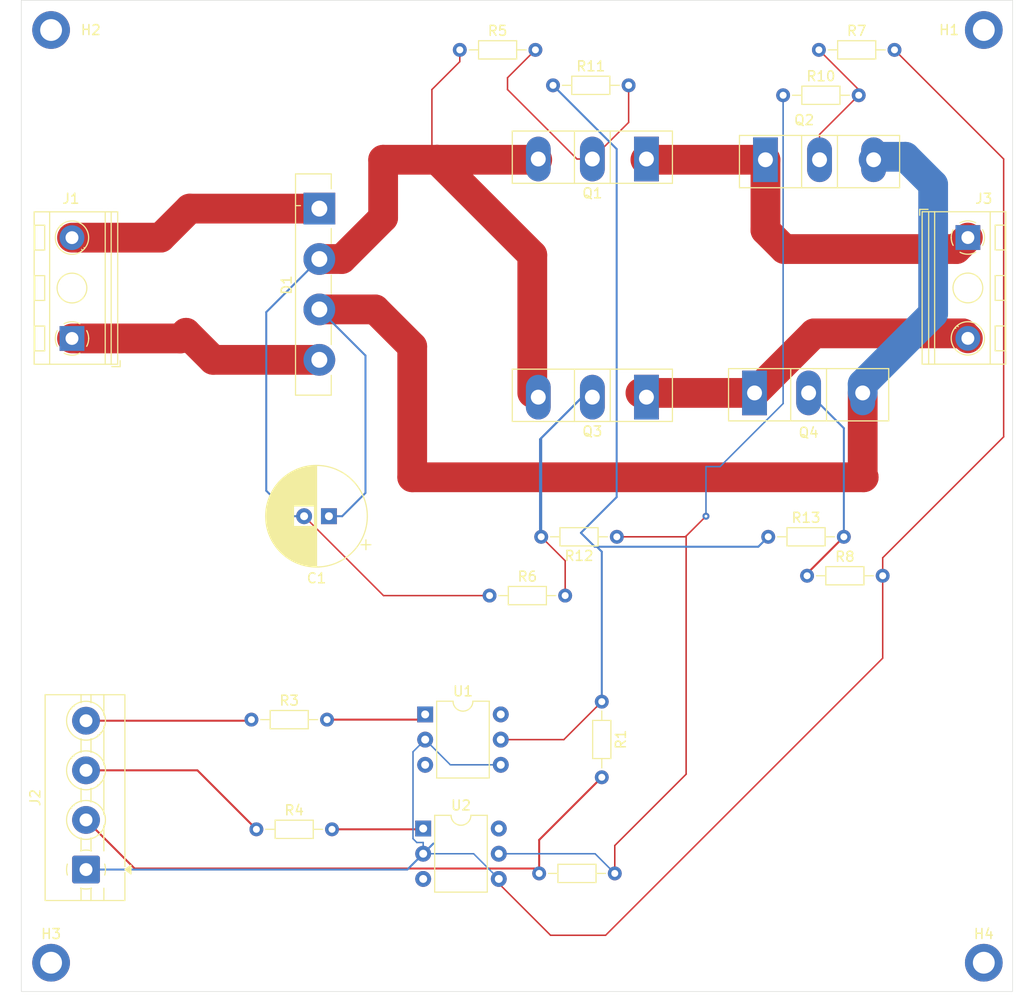
<source format=kicad_pcb>
(kicad_pcb (version 20240108) (generator "pcbnew") (generator_version "8.0")
  (layers (0 "F.Cu" signal "Front") (31 "B.Cu" signal "Back") (34 "B.Paste" user) (35 "F.Paste" user) (36 "B.SilkS" user "B.Silkscreen") (37 "F.SilkS" user "F.Silkscreen") (38 "B.Mask" user) (39 "F.Mask" user) (44 "Edge.Cuts" user))
  (net 0 "")
  (net 1 "L")
  (net 2 "-DC")
  (net 3 "N")
  (net 4 "+DC")
  (net 5 "Control +")
  (net 6 "Control -")
  (net 7 "Net-(Q1-G)")
  (net 8 "Net-(Q2-G)")
  (net 9 "Net-(Q3-G)")
  (net 10 "Net-(Q4-G)")
  (net 12 "Net-(R3-Pad2)")
  (net 14 "GND")
  (net 17 "Net-(R4-Pad2)")
  (net 18 "Arduino Control +")
  (net 19 "Arduino Control -")
  (net 20 "Vcc ")
  (net 21 "Lf")
  (net 22 "Nf")
  (footprint "Resistor_THT:R_Axial_DIN0204_L3.6mm_D1.6mm_P7.62mm_Horizontal" (layer "F.Cu") (at 107.19 112.5)
    (property "Reference" "R3" (at 3.81 -1.92 0) (layer "F.SilkS"))
    (property "Value" "R")
    (pad "1" thru_hole circle (at 0 0) (size 1.4 1.4) (drill 0.7) (layers "*.Cu" "*.Mask") (net 18 "Arduino Control +"))
    (pad "2" thru_hole oval (at 7.62 0) (size 1.4 1.4) (drill 0.7) (layers "*.Cu" "*.Mask") (net 12 "Net-(R3-Pad2)"))
  )
  (footprint "Package_DIP:DIP-6_W7.62mm" (layer "F.Cu") (at 124.5 123.475)
    (property "Reference" "U2" (at 3.81 -2.33 0) (layer "F.SilkS"))
    (property "Value" "4N35")
    (pad "1" thru_hole rect (at 0 0) (size 1.6 1.6) (drill 0.8) (layers "*.Cu" "*.Mask") (net 17 "Net-(R4-Pad2)"))
    (pad "2" thru_hole oval (at 0 2.54) (size 1.6 1.6) (drill 0.8) (layers "*.Cu" "*.Mask") (net 14 "GND"))
    (pad "3" thru_hole oval (at 0 5.08) (size 1.6 1.6) (drill 0.8) (layers "*.Cu" "*.Mask"))
    (pad "4" thru_hole oval (at 7.62 5.08) (size 1.6 1.6) (drill 0.8) (layers "*.Cu" "*.Mask") (net 14 "GND"))
    (pad "5" thru_hole oval (at 7.62 2.54) (size 1.6 1.6) (drill 0.8) (layers "*.Cu" "*.Mask") (net 6 "Control -"))
    (pad "6" thru_hole oval (at 7.62 0) (size 1.6 1.6) (drill 0.8) (layers "*.Cu" "*.Mask"))
  )
  (footprint "Resistor_THT:R_Axial_DIN0204_L3.6mm_D1.6mm_P7.62mm_Horizontal" (layer "F.Cu") (at 107.69 123.555)
    (property "Reference" "R4" (at 3.81 -1.92 0) (layer "F.SilkS"))
    (property "Value" "R")
    (pad "1" thru_hole circle (at 0 0) (size 1.4 1.4) (drill 0.7) (layers "*.Cu" "*.Mask") (net 19 "Arduino Control -"))
    (pad "2" thru_hole oval (at 7.62 0) (size 1.4 1.4) (drill 0.7) (layers "*.Cu" "*.Mask") (net 17 "Net-(R4-Pad2)"))
  )
  (footprint "Resistor_THT:R_Axial_DIN0204_L3.6mm_D1.6mm_P7.62mm_Horizontal" (layer "F.Cu") (at 160.775 49.575)
    (property "Reference" "R10" (at 3.81 -1.92 0) (layer "F.SilkS"))
    (property "Value" "R")
    (pad "1" thru_hole circle (at 0 0) (size 1.4 1.4) (drill 0.7) (layers "*.Cu" "*.Mask") (net 6 "Control -"))
    (pad "2" thru_hole oval (at 7.62 0) (size 1.4 1.4) (drill 0.7) (layers "*.Cu" "*.Mask") (net 8 "Net-(Q2-G)"))
  )
  (footprint "MountingHole:MountingHole_2.2mm_M2_DIN965_Pad" (layer "F.Cu") (at 181 137)
    (property "Reference" "H4" (at 0 -2.9 0) (layer "F.SilkS"))
    (property "Value" "MountingHole")
    (pad "1" thru_hole circle (at 0 0) (size 3.8 3.8) (drill 2.2) (layers "*.Cu" "*.Mask"))
  )
  (footprint "Capacitor_THT:CP_Radial_D10.0mm_P2.50mm" (layer "F.Cu") (at 115 92 180)
    (property "Reference" "C1" (at 1.25 -6.25 0) (layer "F.SilkS"))
    (property "Value" "C")
    (pad "1" thru_hole rect (at 0 0 180) (size 1.6 1.6) (drill 0.8) (layers "*.Cu" "*.Mask") (net 2 "-DC"))
    (pad "2" thru_hole circle (at 2.5 0 180) (size 1.6 1.6) (drill 0.8) (layers "*.Cu" "*.Mask") (net 4 "+DC"))
  )
  (footprint "Diode_THT:Diode_Bridge_Vishay_GBU" (layer "F.Cu") (at 114.035 61 -90)
    (property "Reference" "D1" (at 7.7 3.3 90) (layer "F.SilkS"))
    (property "Value" "GBJ2510-BP")
    (pad "1" thru_hole rect (at 0 0 270) (size 3.2 3.2) (drill 1.6) (layers "*.Cu" "*.Mask") (net 1 "L"))
    (pad "2" thru_hole circle (at 5.08 0 270) (size 3.2 3.2) (drill 1.6) (layers "*.Cu" "*.Mask") (net 4 "+DC"))
    (pad "3" thru_hole circle (at 10.16 0 270) (size 3.2 3.2) (drill 1.6) (layers "*.Cu" "*.Mask") (net 2 "-DC"))
    (pad "4" thru_hole circle (at 15.24 0 270) (size 3.2 3.2) (drill 1.6) (layers "*.Cu" "*.Mask") (net 3 "N"))
  )
  (footprint "TerminalBlock_RND:TerminalBlock_RND_205-00241_1x02_P10.16mm_Horizontal" (layer "F.Cu") (at 179.395 63.915 -90)
    (property "Reference" "J3" (at -3.915 -1.605 180) (layer "F.SilkS"))
    (property "Value" "Screw_Terminal_01x02")
    (pad "1" thru_hole rect (at 0 0 270) (size 2.5 2.5) (drill 1.3) (layers "*.Cu" "*.Mask") (net 21 "Lf"))
    (pad "2" thru_hole circle (at 10.16 0 270) (size 2.5 2.5) (drill 1.3) (layers "*.Cu" "*.Mask") (net 22 "Nf"))
  )
  (footprint "Package_DIP:DIP-6_W7.62mm" (layer "F.Cu") (at 124.7 111.975)
    (property "Reference" "U1" (at 3.81 -2.33 0) (layer "F.SilkS"))
    (property "Value" "4N35")
    (pad "1" thru_hole rect (at 0 0) (size 1.6 1.6) (drill 0.8) (layers "*.Cu" "*.Mask") (net 12 "Net-(R3-Pad2)"))
    (pad "2" thru_hole oval (at 0 2.54) (size 1.6 1.6) (drill 0.8) (layers "*.Cu" "*.Mask") (net 14 "GND"))
    (pad "3" thru_hole oval (at 0 5.08) (size 1.6 1.6) (drill 0.8) (layers "*.Cu" "*.Mask"))
    (pad "4" thru_hole oval (at 7.62 5.08) (size 1.6 1.6) (drill 0.8) (layers "*.Cu" "*.Mask") (net 14 "GND"))
    (pad "5" thru_hole oval (at 7.62 2.54) (size 1.6 1.6) (drill 0.8) (layers "*.Cu" "*.Mask") (net 5 "Control +"))
    (pad "6" thru_hole oval (at 7.62 0) (size 1.6 1.6) (drill 0.8) (layers "*.Cu" "*.Mask"))
  )
  (footprint "Resistor_THT:R_Axial_DIN0204_L3.6mm_D1.6mm_P7.62mm_Horizontal" (layer "F.Cu") (at 163.19 98)
    (property "Reference" "R8" (at 3.81 -1.92 0) (layer "F.SilkS"))
    (property "Value" "R")
    (pad "1" thru_hole circle (at 0 0) (size 1.4 1.4) (drill 0.7) (layers "*.Cu" "*.Mask") (net 10 "Net-(Q4-G)"))
    (pad "2" thru_hole oval (at 7.62 0) (size 1.4 1.4) (drill 0.7) (layers "*.Cu" "*.Mask") (net 14 "GND"))
  )
  (footprint "Resistor_THT:R_Axial_DIN0204_L3.6mm_D1.6mm_P7.62mm_Horizontal" (layer "F.Cu") (at 144.015 94.075 180)
    (property "Reference" "R12" (at 3.81 -1.92 0) (layer "F.SilkS"))
    (property "Value" "R")
    (pad "1" thru_hole circle (at 0 0 180) (size 1.4 1.4) (drill 0.7) (layers "*.Cu" "*.Mask") (net 6 "Control -"))
    (pad "2" thru_hole oval (at 7.62 0 180) (size 1.4 1.4) (drill 0.7) (layers "*.Cu" "*.Mask") (net 9 "Net-(Q3-G)"))
  )
  (footprint "Resistor_THT:R_Axial_DIN0204_L3.6mm_D1.6mm_P7.62mm_Horizontal" (layer "F.Cu") (at 142.5 110.69 -90)
    (property "Reference" "R1" (at 3.81 -1.92 90) (layer "F.SilkS"))
    (property "Value" "R")
    (pad "1" thru_hole circle (at 0 0 270) (size 1.4 1.4) (drill 0.7) (layers "*.Cu" "*.Mask") (net 5 "Control +"))
    (pad "2" thru_hole oval (at 7.62 0 270) (size 1.4 1.4) (drill 0.7) (layers "*.Cu" "*.Mask") (net 20 "Vcc "))
  )
  (footprint "Resistor_THT:R_Axial_DIN0204_L3.6mm_D1.6mm_P7.62mm_Horizontal" (layer "F.Cu") (at 131.19 100)
    (property "Reference" "R6" (at 3.81 -1.92 0) (layer "F.SilkS"))
    (property "Value" "R")
    (pad "1" thru_hole circle (at 0 0) (size 1.4 1.4) (drill 0.7) (layers "*.Cu" "*.Mask") (net 4 "+DC"))
    (pad "2" thru_hole oval (at 7.62 0) (size 1.4 1.4) (drill 0.7) (layers "*.Cu" "*.Mask") (net 9 "Net-(Q3-G)"))
  )
  (footprint "MountingHole:MountingHole_2.2mm_M2_DIN965_Pad" (layer "F.Cu") (at 181 43)
    (property "Reference" "H1" (at -3.5 0 0) (layer "F.SilkS"))
    (property "Value" "MountingHole")
    (pad "1" thru_hole circle (at 0 0) (size 3.8 3.8) (drill 2.2) (layers "*.Cu" "*.Mask"))
  )
  (footprint "TerminalBlock:TerminalBlock_MaiXu_MX126-5.0-04P_1x04_P5.00mm" (layer "F.Cu") (at 90.52 127.61 90)
    (property "Reference" "J2" (at 7.25 -5.12 90) (layer "F.SilkS"))
    (property "Value" "Screw_Terminal_01x04")
    (pad "1" thru_hole roundrect (at 0 0 90) (size 2.8 2.8) (drill 1.3) (layers "*.Cu" "*.Mask") (roundrect_rratio 0.089286) (net 14 "GND"))
    (pad "2" thru_hole circle (at 5 0 90) (size 2.8 2.8) (drill 1.3) (layers "*.Cu" "*.Mask") (net 20 "Vcc "))
    (pad "3" thru_hole circle (at 10 0 90) (size 2.8 2.8) (drill 1.3) (layers "*.Cu" "*.Mask") (net 19 "Arduino Control -"))
    (pad "4" thru_hole circle (at 15 0 90) (size 2.8 2.8) (drill 1.3) (layers "*.Cu" "*.Mask") (net 18 "Arduino Control +"))
  )
  (footprint "MountingHole:MountingHole_2.2mm_M2_DIN965_Pad" (layer "F.Cu") (at 87 43)
    (property "Reference" "H2" (at 4 0 0) (layer "F.SilkS"))
    (property "Value" "MountingHole")
    (pad "1" thru_hole circle (at 0 0) (size 3.8 3.8) (drill 2.2) (layers "*.Cu" "*.Mask"))
  )
  (footprint "Package_TO_SOT_THT:TO-247-3_Vertical" (layer "F.Cu") (at 158.995 56.075)
    (property "Reference" "Q2" (at 3.9 -4 0) (layer "F.SilkS"))
    (property "Value" "NMOS" (hide yes))
    (pad "1" thru_hole rect (at 0 0) (size 2.5 4.5) (drill 1.5) (layers "*.Cu" "*.Mask") (net 21 "Lf"))
    (pad "2" thru_hole oval (at 5.45 0) (size 2.5 4.5) (drill 1.5) (layers "*.Cu" "*.Mask") (net 8 "Net-(Q2-G)"))
    (pad "3" thru_hole oval (at 10.9 0) (size 2.5 4.5) (drill 1.5) (layers "*.Cu" "*.Mask") (net 2 "-DC"))
  )
  (footprint "Resistor_THT:R_Axial_DIN0204_L3.6mm_D1.6mm_P7.62mm_Horizontal" (layer "F.Cu") (at 137.585 48.575)
    (property "Reference" "R11" (at 3.81 -1.92 0) (layer "F.SilkS"))
    (property "Value" "R")
    (pad "1" thru_hole circle (at 0 0) (size 1.4 1.4) (drill 0.7) (layers "*.Cu" "*.Mask") (net 5 "Control +"))
    (pad "2" thru_hole oval (at 7.62 0) (size 1.4 1.4) (drill 0.7) (layers "*.Cu" "*.Mask") (net 7 "Net-(Q1-G)"))
  )
  (footprint "Resistor_THT:R_Axial_DIN0204_L3.6mm_D1.6mm_P7.62mm_Horizontal" (layer "F.Cu") (at 164.38 45)
    (property "Reference" "R7" (at 3.81 -1.92 0) (layer "F.SilkS"))
    (property "Value" "R")
    (pad "1" thru_hole circle (at 0 0) (size 1.4 1.4) (drill 0.7) (layers "*.Cu" "*.Mask") (net 8 "Net-(Q2-G)"))
    (pad "2" thru_hole oval (at 7.62 0) (size 1.4 1.4) (drill 0.7) (layers "*.Cu" "*.Mask") (net 14 "GND"))
  )
  (footprint "Resistor_THT:R_Axial_DIN0204_L3.6mm_D1.6mm_P7.62mm_Horizontal" (layer "F.Cu") (at 159.275 94.075)
    (property "Reference" "R13" (at 3.81 -1.92 0) (layer "F.SilkS"))
    (property "Value" "R")
    (pad "1" thru_hole circle (at 0 0) (size 1.4 1.4) (drill 0.7) (layers "*.Cu" "*.Mask") (net 5 "Control +"))
    (pad "2" thru_hole oval (at 7.62 0) (size 1.4 1.4) (drill 0.7) (layers "*.Cu" "*.Mask") (net 10 "Net-(Q4-G)"))
  )
  (footprint "MountingHole:MountingHole_2.2mm_M2_DIN965_Pad" (layer "F.Cu") (at 87 137)
    (property "Reference" "H3" (at 0 -2.9 0) (layer "F.SilkS"))
    (property "Value" "MountingHole")
    (pad "1" thru_hole circle (at 0 0) (size 3.8 3.8) (drill 2.2) (layers "*.Cu" "*.Mask"))
  )
  (footprint "Package_TO_SOT_THT:TO-247-3_Vertical" (layer "F.Cu") (at 147 80 180)
    (property "Reference" "Q3" (at 5.45 -3.45 360) (layer "F.SilkS"))
    (property "Value" "PMOS")
    (pad "1" thru_hole rect (at 0 0 180) (size 2.5 4.5) (drill 1.5) (layers "*.Cu" "*.Mask") (net 22 "Nf"))
    (pad "2" thru_hole oval (at 5.45 0 180) (size 2.5 4.5) (drill 1.5) (layers "*.Cu" "*.Mask") (net 9 "Net-(Q3-G)"))
    (pad "3" thru_hole oval (at 10.9 0 180) (size 2.5 4.5) (drill 1.5) (layers "*.Cu" "*.Mask") (net 4 "+DC"))
  )
  (footprint "Package_TO_SOT_THT:TO-247-3_Vertical" (layer "F.Cu") (at 147 56 180)
    (property "Reference" "Q1" (at 5.45 -3.45 360) (layer "F.SilkS"))
    (property "Value" "PMOS")
    (pad "1" thru_hole rect (at 0 0 180) (size 2.5 4.5) (drill 1.5) (layers "*.Cu" "*.Mask") (net 21 "Lf"))
    (pad "2" thru_hole oval (at 5.45 0 180) (size 2.5 4.5) (drill 1.5) (layers "*.Cu" "*.Mask") (net 7 "Net-(Q1-G)"))
    (pad "3" thru_hole oval (at 10.9 0 180) (size 2.5 4.5) (drill 1.5) (layers "*.Cu" "*.Mask") (net 4 "+DC"))
  )
  (footprint "TerminalBlock_RND:TerminalBlock_RND_205-00241_1x02_P10.16mm_Horizontal" (layer "F.Cu") (at 89.105 74.085 90)
    (property "Reference" "J1" (at 14.085 -0.105 180) (layer "F.SilkS"))
    (property "Value" "Screw_Terminal_01x02")
    (pad "1" thru_hole rect (at 0 0 90) (size 2.5 2.5) (drill 1.3) (layers "*.Cu" "*.Mask") (net 3 "N"))
    (pad "2" thru_hole circle (at 10.16 0 90) (size 2.5 2.5) (drill 1.3) (layers "*.Cu" "*.Mask") (net 1 "L"))
  )
  (footprint "Package_TO_SOT_THT:TO-247-3_Vertical" (layer "F.Cu") (at 157.895 79.575)
    (property "Reference" "Q4" (at 5.45 4 0) (layer "F.SilkS"))
    (property "Value" "NMOS" (hide yes))
    (pad "1" thru_hole rect (at 0 0) (size 2.5 4.5) (drill 1.5) (layers "*.Cu" "*.Mask") (net 22 "Nf"))
    (pad "2" thru_hole oval (at 5.45 0) (size 2.5 4.5) (drill 1.5) (layers "*.Cu" "*.Mask") (net 10 "Net-(Q4-G)"))
    (pad "3" thru_hole oval (at 10.9 0) (size 2.5 4.5) (drill 1.5) (layers "*.Cu" "*.Mask") (net 2 "-DC"))
  )
  (footprint "Resistor_THT:R_Axial_DIN0204_L3.6mm_D1.6mm_P7.62mm_Horizontal" (layer "F.Cu") (at 143.81 128 180)
    (property "Reference" "R2" (hide yes))
    (property "Value" "R")
    (pad "1" thru_hole circle (at 0 0 180) (size 1.4 1.4) (drill 0.7) (layers "*.Cu" "*.Mask") (net 6 "Control -"))
    (pad "2" thru_hole oval (at 7.62 0 180) (size 1.4 1.4) (drill 0.7) (layers "*.Cu" "*.Mask") (net 20 "Vcc "))
  )
  (footprint "Resistor_THT:R_Axial_DIN0204_L3.6mm_D1.6mm_P7.62mm_Horizontal" (layer "F.Cu") (at 128.19 45)
    (property "Reference" "R5" (at 3.81 -1.92 0) (layer "F.SilkS"))
    (property "Value" "R")
    (pad "1" thru_hole circle (at 0 0) (size 1.4 1.4) (drill 0.7) (layers "*.Cu" "*.Mask") (net 4 "+DC"))
    (pad "2" thru_hole oval (at 7.62 0) (size 1.4 1.4) (drill 0.7) (layers "*.Cu" "*.Mask") (net 7 "Net-(Q1-G)"))
  )
  (gr_rect (start 84 40) (end 183.9 139.9) (stroke (width 0.05)) (fill none) (layer "Edge.Cuts"))
  (segment (start 114.035 61) (end 100.965 61) (width 3) (layer "F.Cu") (net 1))
  (segment (start 100.965 61) (end 98.04 63.925) (width 3) (layer "F.Cu") (net 1))
  (segment (start 98.04 63.925) (end 89.105 63.925) (width 3) (layer "F.Cu") (net 1))
  (segment (start 123.395 88.075) (end 123.395 74.895) (width 3) (layer "F.Cu") (net 2))
  (segment (start 119.66 71.16) (end 114.035 71.16) (width 3) (layer "F.Cu") (net 2))
  (segment (start 123.395 74.895) (end 119.66 71.16) (width 3) (layer "F.Cu") (net 2))
  (segment (start 168.795 87.975) (end 168.895 88.075) (width 3) (layer "F.Cu") (net 2))
  (segment (start 168.795 79.575) (end 168.795 87.975) (width 3) (layer "F.Cu") (net 2))
  (segment (start 168.895 88.075) (end 123.395 88.075) (width 3) (layer "F.Cu") (net 2))
  (segment (start 169.895 56.075) (end 170.195 55.775) (width 3) (layer "B.Cu") (net 2))
  (segment (start 116.335 92) (end 115 92) (width 0.2) (layer "B.Cu") (net 2))
  (segment (start 173.095 55.775) (end 175.895 58.575) (width 3) (layer "B.Cu") (net 2))
  (segment (start 170.195 55.775) (end 173.095 55.775) (width 3) (layer "B.Cu") (net 2))
  (segment (start 175.895 71.575) (end 168.795 78.675) (width 3) (layer "B.Cu") (net 2))
  (segment (start 168.795 78.675) (end 168.795 79.575) (width 3) (layer "B.Cu") (net 2))
  (segment (start 175.895 58.575) (end 175.895 71.575) (width 3) (layer "B.Cu") (net 2))
  (segment (start 118.685 75.81) (end 114.035 71.16) (width 0.2) (layer "B.Cu") (net 2))
  (segment (start 118.685 89.65) (end 116.335 92) (width 0.2) (layer "B.Cu") (net 2))
  (segment (start 118.685 89.65) (end 118.685 75.81) (width 0.2) (layer "B.Cu") (net 2))
  (segment (start 103.325 76.24) (end 114.035 76.24) (width 3) (layer "F.Cu") (net 3))
  (segment (start 100.03 74.085) (end 89.105 74.085) (width 3) (layer "F.Cu") (net 3))
  (segment (start 100.6 73.515) (end 100.03 74.085) (width 3) (layer "F.Cu") (net 3))
  (segment (start 100.6 73.515) (end 103.325 76.24) (width 3) (layer "F.Cu") (net 3))
  (segment (start 125.38 49) (end 128.19 46.19) (width 0.15) (layer "F.Cu") (net 4))
  (segment (start 116.297741 66.08) (end 114.035 66.08) (width 3) (layer "F.Cu") (net 4))
  (segment (start 135.495 65.675) (end 135.495 79.575) (width 3) (layer "F.Cu") (net 4))
  (segment (start 120.465 56.075) (end 125.895 56.075) (width 3) (layer "F.Cu") (net 4))
  (segment (start 120.465 56.075) (end 120.465 61.912741) (width 3) (layer "F.Cu") (net 4))
  (segment (start 125.895 56.075) (end 135.995 56.075) (width 3) (layer "F.Cu") (net 4))
  (segment (start 120.5 100) (end 112.5 92) (width 0.15) (layer "F.Cu") (net 4))
  (segment (start 125.38 55.56) (end 125.895 56.075) (width 0.15) (layer "F.Cu") (net 4))
  (segment (start 131.19 100) (end 120.5 100) (width 0.15) (layer "F.Cu") (net 4))
  (segment (start 128.19 46.19) (end 128.19 45) (width 0.15) (layer "F.Cu") (net 4))
  (segment (start 125.895 56.075) (end 135.495 65.675) (width 3) (layer "F.Cu") (net 4))
  (segment (start 120.465 61.912741) (end 116.297741 66.08) (width 3) (layer "F.Cu") (net 4))
  (segment (start 125.38 49) (end 125.38 55.56) (width 0.15) (layer "F.Cu") (net 4))
  (segment (start 108.685 71.43) (end 114.035 66.08) (width 0.2) (layer "B.Cu") (net 4))
  (segment (start 108.685 89.43) (end 108.685 71.43) (width 0.2) (layer "B.Cu") (net 4))
  (segment (start 108.685 89.43) (end 111.255 92) (width 0.2) (layer "B.Cu") (net 4))
  (segment (start 111.255 92) (end 112.5 92) (width 0.2) (layer "B.Cu") (net 4))
  (segment (start 138.675 114.515) (end 142.5 110.69) (width 0.1524) (layer "F.Cu") (net 5))
  (segment (start 132.32 114.515) (end 138.675 114.515) (width 0.1524) (layer "F.Cu") (net 5))
  (segment (start 142 95.075) (end 141.791447 95.075) (width 0.2) (layer "B.Cu") (net 5))
  (segment (start 144 54.99) (end 137.585 48.575) (width 0.2) (layer "B.Cu") (net 5))
  (segment (start 140.395 93.678553) (end 144 90.073553) (width 0.2) (layer "B.Cu") (net 5))
  (segment (start 159.275 94.075) (end 158.275 95.075) (width 0.2) (layer "B.Cu") (net 5))
  (segment (start 141.791447 95.075) (end 140.395 93.678553) (width 0.2) (layer "B.Cu") (net 5))
  (segment (start 144 90.073553) (end 144 54.99) (width 0.2) (layer "B.Cu") (net 5))
  (segment (start 142.5 95.575) (end 142.5 110.69) (width 0.2) (layer "B.Cu") (net 5))
  (segment (start 142 95.075) (end 142.5 95.575) (width 0.2) (layer "B.Cu") (net 5))
  (segment (start 158.275 95.075) (end 142 95.075) (width 0.2) (layer "B.Cu") (net 5))
  (segment (start 143.81 128) (end 143.81 125.19) (width 0.1524) (layer "F.Cu") (net 6))
  (segment (start 144.015 94.075) (end 150.925 94.075) (width 0.1524) (layer "F.Cu") (net 6))
  (segment (start 143.81 125.19) (end 151 118) (width 0.1524) (layer "F.Cu") (net 6))
  (segment (start 151 118) (end 151 94) (width 0.1524) (layer "F.Cu") (net 6))
  (segment (start 151 94) (end 153 92) (width 0.1524) (layer "F.Cu") (net 6))
  (segment (start 150.925 94.075) (end 151 94) (width 0.1524) (layer "F.Cu") (net 6))
  (via (at 153 92) (size 0.7) (drill 0.3) (layers "F.Cu" "B.Cu") (net 6))
  (segment (start 154.4224 87) (end 160.775 80.6474) (width 0.1524) (layer "B.Cu") (net 6))
  (segment (start 153 92) (end 153 87) (width 0.1524) (layer "B.Cu") (net 6))
  (segment (start 141.825 126.015) (end 143.81 128) (width 0.1524) (layer "B.Cu") (net 6))
  (segment (start 153 87) (end 154.4224 87) (width 0.1524) (layer "B.Cu") (net 6))
  (segment (start 132.12 126.015) (end 141.825 126.015) (width 0.1524) (layer "B.Cu") (net 6))
  (segment (start 160.775 80.6474) (end 160.775 49.575) (width 0.1524) (layer "B.Cu") (net 6))
  (segment (start 145.205 48.575) (end 145.205 52.315) (width 0.15) (layer "F.Cu") (net 7))
  (segment (start 145.205 52.315) (end 141.445 56.075) (width 0.15) (layer "F.Cu") (net 7))
  (segment (start 133 49) (end 140 56) (width 0.15) (layer "F.Cu") (net 7))
  (segment (start 133 49) (end 133 47.81) (width 0.15) (layer "F.Cu") (net 7))
  (segment (start 133 47.81) (end 135.81 45) (width 0.15) (layer "F.Cu") (net 7))
  (segment (start 140 56) (end 141.55 56) (width 0.15) (layer "F.Cu") (net 7))
  (segment (start 164.38 45) (end 168.395 49.015) (width 0.15) (layer "F.Cu") (net 8))
  (segment (start 168.395 49.575) (end 164.445 53.525) (width 0.15) (layer "F.Cu") (net 8))
  (segment (start 168.395 49.015) (end 168.395 49.575) (width 0.15) (layer "F.Cu") (net 8))
  (segment (start 164.445 53.525) (end 164.445 56.075) (width 0.15) (layer "F.Cu") (net 8))
  (segment (start 138.81 96.49) (end 136.395 94.075) (width 0.15) (layer "F.Cu") (net 9))
  (segment (start 138.81 100) (end 138.81 96.49) (width 0.15) (layer "F.Cu") (net 9))
  (segment (start 136.395 94.075) (end 136.395 84.125) (width 0.2) (layer "B.Cu") (net 9))
  (segment (start 136.275 94.075) (end 136.275 84.245) (width 0.2) (layer "B.Cu") (net 9))
  (segment (start 136.275 84.245) (end 140.945 79.575) (width 0.2) (layer "B.Cu") (net 9))
  (segment (start 136.395 84.125) (end 140.945 79.575) (width 0.2) (layer "B.Cu") (net 9))
  (segment (start 163.19 97.78) (end 163.19 98) (width 0.2) (layer "F.Cu") (net 10))
  (segment (start 166.895 94.075) (end 163.19 97.78) (width 0.2) (layer "F.Cu") (net 10))
  (segment (start 166.895 83.125) (end 163.345 79.575) (width 0.2) (layer "B.Cu") (net 10))
  (segment (start 166.895 94.075) (end 166.895 83.125) (width 0.2) (layer "B.Cu") (net 10))
  (segment (start 124.175 112.5) (end 124.7 111.975) (width 0.2) (layer "F.Cu") (net 12))
  (segment (start 114.81 112.5) (end 124.175 112.5) (width 0.2) (layer "F.Cu") (net 12))
  (segment (start 172 45) (end 183 56) (width 0.15) (layer "F.Cu") (net 14))
  (segment (start 170.81 98) (end 170.81 106.308148) (width 0.15) (layer "F.Cu") (net 14))
  (segment (start 137.340381 134.235) (end 131.89019 128.784809) (width 0.15) (layer "F.Cu") (net 14))
  (segment (start 132.32 117.055) (end 132.945 117.055) (width 0.15) (layer "F.Cu") (net 14))
  (segment (start 170.81 106.308148) (end 142.883148 134.235) (width 0.15) (layer "F.Cu") (net 14))
  (segment (start 183 56) (end 183 84) (width 0.15) (layer "F.Cu") (net 14))
  (segment (start 132.945 117.055) (end 133 117) (width 0.15) (layer "F.Cu") (net 14))
  (segment (start 142.883148 134.235) (end 137.340381 134.235) (width 0.15) (layer "F.Cu") (net 14))
  (segment (start 90.52 127.61) (end 91.015 127.115) (width 0.2) (layer "F.Cu") (net 14))
  (segment (start 183 84) (end 170.81 96.19) (width 0.15) (layer "F.Cu") (net 14))
  (segment (start 170.81 96.19) (end 170.81 98) (width 0.15) (layer "F.Cu") (net 14))
  (segment (start 124.5 126.015) (end 125.525 124.99) (width 0.15) (layer "B.Cu") (net 14))
  (segment (start 123.85863 124.88363) (end 123.475 124.5) (width 0.15) (layer "B.Cu") (net 14))
  (segment (start 123.475 115.74) (end 124.7 114.515) (width 0.15) (layer "B.Cu") (net 14))
  (segment (start 127.24 117.055) (end 124.7 114.515) (width 0.15) (layer "B.Cu") (net 14))
  (segment (start 132.32 117.055) (end 127.24 117.055) (width 0.15) (layer "B.Cu") (net 14))
  (segment (start 129.58 126.015) (end 132.12 128.555) (width 0.15) (layer "B.Cu") (net 14))
  (segment (start 124.5 126.015) (end 124.5 124.88363) (width 0.15) (layer "B.Cu") (net 14))
  (segment (start 122.905 127.61) (end 125.525 124.99) (width 0.2) (layer "B.Cu") (net 14))
  (segment (start 124.5 126.015) (end 129.58 126.015) (width 0.15) (layer "B.Cu") (net 14))
  (segment (start 124.5 124.88363) (end 123.85863 124.88363) (width 0.15) (layer "B.Cu") (net 14))
  (segment (start 90.52 127.61) (end 122.905 127.61) (width 0.2) (layer "B.Cu") (net 14))
  (segment (start 123.475 124.5) (end 123.475 115.74) (width 0.15) (layer "B.Cu") (net 14))
  (segment (start 124.42 123.555) (end 124.5 123.475) (width 0.2) (layer "F.Cu") (net 17))
  (segment (start 115.31 123.555) (end 124.42 123.555) (width 0.2) (layer "F.Cu") (net 17))
  (segment (start 90.52 112.61) (end 107.08 112.61) (width 0.2) (layer "F.Cu") (net 18))
  (segment (start 107.08 112.61) (end 107.19 112.5) (width 0.2) (layer "F.Cu") (net 18))
  (segment (start 107.69 123.555) (end 101.745 117.61) (width 0.2) (layer "F.Cu") (net 19))
  (segment (start 101.745 117.61) (end 90.52 117.61) (width 0.2) (layer "F.Cu") (net 19))
  (segment (start 136.19 124.62) (end 142.5 118.31) (width 0.2) (layer "F.Cu") (net 20))
  (segment (start 90.52 122.61) (end 95.415 127.505) (width 0.2) (layer "F.Cu") (net 20))
  (segment (start 135.695 127.505) (end 136.19 128) (width 0.2) (layer "F.Cu") (net 20))
  (segment (start 136.19 128) (end 136.19 124.62) (width 0.2) (layer "F.Cu") (net 20))
  (segment (start 95.415 127.505) (end 135.695 127.505) (width 0.2) (layer "F.Cu") (net 20))
  (segment (start 178.235 65.075) (end 179.395 63.915) (width 3) (layer "F.Cu") (net 21))
  (segment (start 158.995 63.175) (end 160.895 65.075) (width 3) (layer "F.Cu") (net 21))
  (segment (start 146.895 56.075) (end 158.995 56.075) (width 3) (layer "F.Cu") (net 21))
  (segment (start 160.895 65.075) (end 178.235 65.075) (width 3) (layer "F.Cu") (net 21))
  (segment (start 158.995 56.075) (end 158.995 63.175) (width 3) (layer "F.Cu") (net 21))
  (segment (start 163.895 73.575) (end 178.895 73.575) (width 3) (layer "F.Cu") (net 22))
  (segment (start 178.895 73.575) (end 179.395 74.075) (width 3) (layer "F.Cu") (net 22))
  (segment (start 157.895 79.575) (end 163.895 73.575) (width 3) (layer "F.Cu") (net 22))
  (segment (start 146.395 79.575) (end 157.895 79.575) (width 3) (layer "F.Cu") (net 22))
)
</source>
